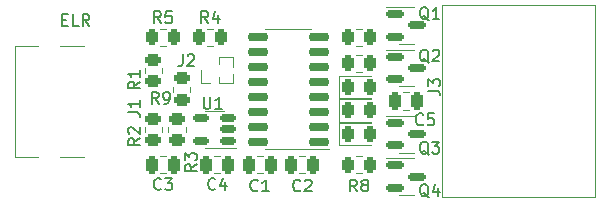
<source format=gto>
%TF.GenerationSoftware,KiCad,Pcbnew,(6.0.5)*%
%TF.CreationDate,2025-03-09T20:53:28+01:00*%
%TF.ProjectId,PS2_to_USB_Converter,5053325f-746f-45f5-9553-425f436f6e76,rev?*%
%TF.SameCoordinates,Original*%
%TF.FileFunction,Legend,Top*%
%TF.FilePolarity,Positive*%
%FSLAX46Y46*%
G04 Gerber Fmt 4.6, Leading zero omitted, Abs format (unit mm)*
G04 Created by KiCad (PCBNEW (6.0.5)) date 2025-03-09 20:53:28*
%MOMM*%
%LPD*%
G01*
G04 APERTURE LIST*
G04 Aperture macros list*
%AMRoundRect*
0 Rectangle with rounded corners*
0 $1 Rounding radius*
0 $2 $3 $4 $5 $6 $7 $8 $9 X,Y pos of 4 corners*
0 Add a 4 corners polygon primitive as box body*
4,1,4,$2,$3,$4,$5,$6,$7,$8,$9,$2,$3,0*
0 Add four circle primitives for the rounded corners*
1,1,$1+$1,$2,$3*
1,1,$1+$1,$4,$5*
1,1,$1+$1,$6,$7*
1,1,$1+$1,$8,$9*
0 Add four rect primitives between the rounded corners*
20,1,$1+$1,$2,$3,$4,$5,0*
20,1,$1+$1,$4,$5,$6,$7,0*
20,1,$1+$1,$6,$7,$8,$9,0*
20,1,$1+$1,$8,$9,$2,$3,0*%
G04 Aperture macros list end*
%ADD10C,0.150000*%
%ADD11C,0.120000*%
%ADD12RoundRect,0.150000X0.725000X0.150000X-0.725000X0.150000X-0.725000X-0.150000X0.725000X-0.150000X0*%
%ADD13RoundRect,0.243750X-0.243750X-0.456250X0.243750X-0.456250X0.243750X0.456250X-0.243750X0.456250X0*%
%ADD14RoundRect,0.250000X0.250000X0.475000X-0.250000X0.475000X-0.250000X-0.475000X0.250000X-0.475000X0*%
%ADD15RoundRect,0.250000X0.262500X0.450000X-0.262500X0.450000X-0.262500X-0.450000X0.262500X-0.450000X0*%
%ADD16RoundRect,0.150000X0.512500X0.150000X-0.512500X0.150000X-0.512500X-0.150000X0.512500X-0.150000X0*%
%ADD17C,0.650000*%
%ADD18R,1.450000X0.600000*%
%ADD19R,1.450000X0.300000*%
%ADD20O,1.600000X1.000000*%
%ADD21O,2.100000X1.000000*%
%ADD22RoundRect,0.150000X-0.587500X-0.150000X0.587500X-0.150000X0.587500X0.150000X-0.587500X0.150000X0*%
%ADD23R,1.600000X1.600000*%
%ADD24C,1.600000*%
%ADD25O,2.000000X4.000000*%
%ADD26O,3.500000X2.000000*%
%ADD27RoundRect,0.250000X-0.250000X-0.475000X0.250000X-0.475000X0.250000X0.475000X-0.250000X0.475000X0*%
%ADD28RoundRect,0.250000X-0.450000X0.262500X-0.450000X-0.262500X0.450000X-0.262500X0.450000X0.262500X0*%
%ADD29RoundRect,0.250000X0.450000X-0.262500X0.450000X0.262500X-0.450000X0.262500X-0.450000X-0.262500X0*%
%ADD30R,1.000000X1.000000*%
%ADD31O,1.000000X1.000000*%
%ADD32RoundRect,0.250000X-0.262500X-0.450000X0.262500X-0.450000X0.262500X0.450000X-0.262500X0.450000X0*%
G04 APERTURE END LIST*
D10*
X128280952Y-94728571D02*
X128614285Y-94728571D01*
X128757142Y-95252380D02*
X128280952Y-95252380D01*
X128280952Y-94252380D01*
X128757142Y-94252380D01*
X129661904Y-95252380D02*
X129185714Y-95252380D01*
X129185714Y-94252380D01*
X130566666Y-95252380D02*
X130233333Y-94776190D01*
X129995238Y-95252380D02*
X129995238Y-94252380D01*
X130376190Y-94252380D01*
X130471428Y-94300000D01*
X130519047Y-94347619D01*
X130566666Y-94442857D01*
X130566666Y-94585714D01*
X130519047Y-94680952D01*
X130471428Y-94728571D01*
X130376190Y-94776190D01*
X129995238Y-94776190D01*
%TO.C,C4*%
X141233333Y-109037142D02*
X141185714Y-109084761D01*
X141042857Y-109132380D01*
X140947619Y-109132380D01*
X140804761Y-109084761D01*
X140709523Y-108989523D01*
X140661904Y-108894285D01*
X140614285Y-108703809D01*
X140614285Y-108560952D01*
X140661904Y-108370476D01*
X140709523Y-108275238D01*
X140804761Y-108180000D01*
X140947619Y-108132380D01*
X141042857Y-108132380D01*
X141185714Y-108180000D01*
X141233333Y-108227619D01*
X142090476Y-108465714D02*
X142090476Y-109132380D01*
X141852380Y-108084761D02*
X141614285Y-108799047D01*
X142233333Y-108799047D01*
%TO.C,U1*%
X140238095Y-101252380D02*
X140238095Y-102061904D01*
X140285714Y-102157142D01*
X140333333Y-102204761D01*
X140428571Y-102252380D01*
X140619047Y-102252380D01*
X140714285Y-102204761D01*
X140761904Y-102157142D01*
X140809523Y-102061904D01*
X140809523Y-101252380D01*
X141809523Y-102252380D02*
X141238095Y-102252380D01*
X141523809Y-102252380D02*
X141523809Y-101252380D01*
X141428571Y-101395238D01*
X141333333Y-101490476D01*
X141238095Y-101538095D01*
%TO.C,J1*%
X133852380Y-102533333D02*
X134566666Y-102533333D01*
X134709523Y-102580952D01*
X134804761Y-102676190D01*
X134852380Y-102819047D01*
X134852380Y-102914285D01*
X134852380Y-101533333D02*
X134852380Y-102104761D01*
X134852380Y-101819047D02*
X133852380Y-101819047D01*
X133995238Y-101914285D01*
X134090476Y-102009523D01*
X134138095Y-102104761D01*
%TO.C,Q4*%
X159304761Y-109747619D02*
X159209523Y-109700000D01*
X159114285Y-109604761D01*
X158971428Y-109461904D01*
X158876190Y-109414285D01*
X158780952Y-109414285D01*
X158828571Y-109652380D02*
X158733333Y-109604761D01*
X158638095Y-109509523D01*
X158590476Y-109319047D01*
X158590476Y-108985714D01*
X158638095Y-108795238D01*
X158733333Y-108700000D01*
X158828571Y-108652380D01*
X159019047Y-108652380D01*
X159114285Y-108700000D01*
X159209523Y-108795238D01*
X159257142Y-108985714D01*
X159257142Y-109319047D01*
X159209523Y-109509523D01*
X159114285Y-109604761D01*
X159019047Y-109652380D01*
X158828571Y-109652380D01*
X160114285Y-108985714D02*
X160114285Y-109652380D01*
X159876190Y-108604761D02*
X159638095Y-109319047D01*
X160257142Y-109319047D01*
%TO.C,J3*%
X159252380Y-100733333D02*
X159966666Y-100733333D01*
X160109523Y-100780952D01*
X160204761Y-100876190D01*
X160252380Y-101019047D01*
X160252380Y-101114285D01*
X159252380Y-100352380D02*
X159252380Y-99733333D01*
X159633333Y-100066666D01*
X159633333Y-99923809D01*
X159680952Y-99828571D01*
X159728571Y-99780952D01*
X159823809Y-99733333D01*
X160061904Y-99733333D01*
X160157142Y-99780952D01*
X160204761Y-99828571D01*
X160252380Y-99923809D01*
X160252380Y-100209523D01*
X160204761Y-100304761D01*
X160157142Y-100352380D01*
%TO.C,Q3*%
X159304761Y-106147619D02*
X159209523Y-106100000D01*
X159114285Y-106004761D01*
X158971428Y-105861904D01*
X158876190Y-105814285D01*
X158780952Y-105814285D01*
X158828571Y-106052380D02*
X158733333Y-106004761D01*
X158638095Y-105909523D01*
X158590476Y-105719047D01*
X158590476Y-105385714D01*
X158638095Y-105195238D01*
X158733333Y-105100000D01*
X158828571Y-105052380D01*
X159019047Y-105052380D01*
X159114285Y-105100000D01*
X159209523Y-105195238D01*
X159257142Y-105385714D01*
X159257142Y-105719047D01*
X159209523Y-105909523D01*
X159114285Y-106004761D01*
X159019047Y-106052380D01*
X158828571Y-106052380D01*
X159590476Y-105052380D02*
X160209523Y-105052380D01*
X159876190Y-105433333D01*
X160019047Y-105433333D01*
X160114285Y-105480952D01*
X160161904Y-105528571D01*
X160209523Y-105623809D01*
X160209523Y-105861904D01*
X160161904Y-105957142D01*
X160114285Y-106004761D01*
X160019047Y-106052380D01*
X159733333Y-106052380D01*
X159638095Y-106004761D01*
X159590476Y-105957142D01*
%TO.C,Q1*%
X159304761Y-94747619D02*
X159209523Y-94700000D01*
X159114285Y-94604761D01*
X158971428Y-94461904D01*
X158876190Y-94414285D01*
X158780952Y-94414285D01*
X158828571Y-94652380D02*
X158733333Y-94604761D01*
X158638095Y-94509523D01*
X158590476Y-94319047D01*
X158590476Y-93985714D01*
X158638095Y-93795238D01*
X158733333Y-93700000D01*
X158828571Y-93652380D01*
X159019047Y-93652380D01*
X159114285Y-93700000D01*
X159209523Y-93795238D01*
X159257142Y-93985714D01*
X159257142Y-94319047D01*
X159209523Y-94509523D01*
X159114285Y-94604761D01*
X159019047Y-94652380D01*
X158828571Y-94652380D01*
X160209523Y-94652380D02*
X159638095Y-94652380D01*
X159923809Y-94652380D02*
X159923809Y-93652380D01*
X159828571Y-93795238D01*
X159733333Y-93890476D01*
X159638095Y-93938095D01*
%TO.C,C1*%
X144833333Y-109157142D02*
X144785714Y-109204761D01*
X144642857Y-109252380D01*
X144547619Y-109252380D01*
X144404761Y-109204761D01*
X144309523Y-109109523D01*
X144261904Y-109014285D01*
X144214285Y-108823809D01*
X144214285Y-108680952D01*
X144261904Y-108490476D01*
X144309523Y-108395238D01*
X144404761Y-108300000D01*
X144547619Y-108252380D01*
X144642857Y-108252380D01*
X144785714Y-108300000D01*
X144833333Y-108347619D01*
X145785714Y-109252380D02*
X145214285Y-109252380D01*
X145500000Y-109252380D02*
X145500000Y-108252380D01*
X145404761Y-108395238D01*
X145309523Y-108490476D01*
X145214285Y-108538095D01*
%TO.C,R2*%
X134852380Y-104766666D02*
X134376190Y-105100000D01*
X134852380Y-105338095D02*
X133852380Y-105338095D01*
X133852380Y-104957142D01*
X133900000Y-104861904D01*
X133947619Y-104814285D01*
X134042857Y-104766666D01*
X134185714Y-104766666D01*
X134280952Y-104814285D01*
X134328571Y-104861904D01*
X134376190Y-104957142D01*
X134376190Y-105338095D01*
X133947619Y-104385714D02*
X133900000Y-104338095D01*
X133852380Y-104242857D01*
X133852380Y-104004761D01*
X133900000Y-103909523D01*
X133947619Y-103861904D01*
X134042857Y-103814285D01*
X134138095Y-103814285D01*
X134280952Y-103861904D01*
X134852380Y-104433333D01*
X134852380Y-103814285D01*
%TO.C,R8*%
X153233333Y-109252380D02*
X152900000Y-108776190D01*
X152661904Y-109252380D02*
X152661904Y-108252380D01*
X153042857Y-108252380D01*
X153138095Y-108300000D01*
X153185714Y-108347619D01*
X153233333Y-108442857D01*
X153233333Y-108585714D01*
X153185714Y-108680952D01*
X153138095Y-108728571D01*
X153042857Y-108776190D01*
X152661904Y-108776190D01*
X153804761Y-108680952D02*
X153709523Y-108633333D01*
X153661904Y-108585714D01*
X153614285Y-108490476D01*
X153614285Y-108442857D01*
X153661904Y-108347619D01*
X153709523Y-108300000D01*
X153804761Y-108252380D01*
X153995238Y-108252380D01*
X154090476Y-108300000D01*
X154138095Y-108347619D01*
X154185714Y-108442857D01*
X154185714Y-108490476D01*
X154138095Y-108585714D01*
X154090476Y-108633333D01*
X153995238Y-108680952D01*
X153804761Y-108680952D01*
X153709523Y-108728571D01*
X153661904Y-108776190D01*
X153614285Y-108871428D01*
X153614285Y-109061904D01*
X153661904Y-109157142D01*
X153709523Y-109204761D01*
X153804761Y-109252380D01*
X153995238Y-109252380D01*
X154090476Y-109204761D01*
X154138095Y-109157142D01*
X154185714Y-109061904D01*
X154185714Y-108871428D01*
X154138095Y-108776190D01*
X154090476Y-108728571D01*
X153995238Y-108680952D01*
%TO.C,R1*%
X134852380Y-99966666D02*
X134376190Y-100300000D01*
X134852380Y-100538095D02*
X133852380Y-100538095D01*
X133852380Y-100157142D01*
X133900000Y-100061904D01*
X133947619Y-100014285D01*
X134042857Y-99966666D01*
X134185714Y-99966666D01*
X134280952Y-100014285D01*
X134328571Y-100061904D01*
X134376190Y-100157142D01*
X134376190Y-100538095D01*
X134852380Y-99014285D02*
X134852380Y-99585714D01*
X134852380Y-99300000D02*
X133852380Y-99300000D01*
X133995238Y-99395238D01*
X134090476Y-99490476D01*
X134138095Y-99585714D01*
%TO.C,C3*%
X136633333Y-109037142D02*
X136585714Y-109084761D01*
X136442857Y-109132380D01*
X136347619Y-109132380D01*
X136204761Y-109084761D01*
X136109523Y-108989523D01*
X136061904Y-108894285D01*
X136014285Y-108703809D01*
X136014285Y-108560952D01*
X136061904Y-108370476D01*
X136109523Y-108275238D01*
X136204761Y-108180000D01*
X136347619Y-108132380D01*
X136442857Y-108132380D01*
X136585714Y-108180000D01*
X136633333Y-108227619D01*
X136966666Y-108132380D02*
X137585714Y-108132380D01*
X137252380Y-108513333D01*
X137395238Y-108513333D01*
X137490476Y-108560952D01*
X137538095Y-108608571D01*
X137585714Y-108703809D01*
X137585714Y-108941904D01*
X137538095Y-109037142D01*
X137490476Y-109084761D01*
X137395238Y-109132380D01*
X137109523Y-109132380D01*
X137014285Y-109084761D01*
X136966666Y-109037142D01*
%TO.C,Q2*%
X159304761Y-98347619D02*
X159209523Y-98300000D01*
X159114285Y-98204761D01*
X158971428Y-98061904D01*
X158876190Y-98014285D01*
X158780952Y-98014285D01*
X158828571Y-98252380D02*
X158733333Y-98204761D01*
X158638095Y-98109523D01*
X158590476Y-97919047D01*
X158590476Y-97585714D01*
X158638095Y-97395238D01*
X158733333Y-97300000D01*
X158828571Y-97252380D01*
X159019047Y-97252380D01*
X159114285Y-97300000D01*
X159209523Y-97395238D01*
X159257142Y-97585714D01*
X159257142Y-97919047D01*
X159209523Y-98109523D01*
X159114285Y-98204761D01*
X159019047Y-98252380D01*
X158828571Y-98252380D01*
X159638095Y-97347619D02*
X159685714Y-97300000D01*
X159780952Y-97252380D01*
X160019047Y-97252380D01*
X160114285Y-97300000D01*
X160161904Y-97347619D01*
X160209523Y-97442857D01*
X160209523Y-97538095D01*
X160161904Y-97680952D01*
X159590476Y-98252380D01*
X160209523Y-98252380D01*
%TO.C,C5*%
X158833333Y-103557142D02*
X158785714Y-103604761D01*
X158642857Y-103652380D01*
X158547619Y-103652380D01*
X158404761Y-103604761D01*
X158309523Y-103509523D01*
X158261904Y-103414285D01*
X158214285Y-103223809D01*
X158214285Y-103080952D01*
X158261904Y-102890476D01*
X158309523Y-102795238D01*
X158404761Y-102700000D01*
X158547619Y-102652380D01*
X158642857Y-102652380D01*
X158785714Y-102700000D01*
X158833333Y-102747619D01*
X159738095Y-102652380D02*
X159261904Y-102652380D01*
X159214285Y-103128571D01*
X159261904Y-103080952D01*
X159357142Y-103033333D01*
X159595238Y-103033333D01*
X159690476Y-103080952D01*
X159738095Y-103128571D01*
X159785714Y-103223809D01*
X159785714Y-103461904D01*
X159738095Y-103557142D01*
X159690476Y-103604761D01*
X159595238Y-103652380D01*
X159357142Y-103652380D01*
X159261904Y-103604761D01*
X159214285Y-103557142D01*
%TO.C,J2*%
X138466666Y-97652380D02*
X138466666Y-98366666D01*
X138419047Y-98509523D01*
X138323809Y-98604761D01*
X138180952Y-98652380D01*
X138085714Y-98652380D01*
X138895238Y-97747619D02*
X138942857Y-97700000D01*
X139038095Y-97652380D01*
X139276190Y-97652380D01*
X139371428Y-97700000D01*
X139419047Y-97747619D01*
X139466666Y-97842857D01*
X139466666Y-97938095D01*
X139419047Y-98080952D01*
X138847619Y-98652380D01*
X139466666Y-98652380D01*
%TO.C,R5*%
X136633333Y-95002380D02*
X136300000Y-94526190D01*
X136061904Y-95002380D02*
X136061904Y-94002380D01*
X136442857Y-94002380D01*
X136538095Y-94050000D01*
X136585714Y-94097619D01*
X136633333Y-94192857D01*
X136633333Y-94335714D01*
X136585714Y-94430952D01*
X136538095Y-94478571D01*
X136442857Y-94526190D01*
X136061904Y-94526190D01*
X137538095Y-94002380D02*
X137061904Y-94002380D01*
X137014285Y-94478571D01*
X137061904Y-94430952D01*
X137157142Y-94383333D01*
X137395238Y-94383333D01*
X137490476Y-94430952D01*
X137538095Y-94478571D01*
X137585714Y-94573809D01*
X137585714Y-94811904D01*
X137538095Y-94907142D01*
X137490476Y-94954761D01*
X137395238Y-95002380D01*
X137157142Y-95002380D01*
X137061904Y-94954761D01*
X137014285Y-94907142D01*
%TO.C,R9*%
X136433333Y-101852380D02*
X136100000Y-101376190D01*
X135861904Y-101852380D02*
X135861904Y-100852380D01*
X136242857Y-100852380D01*
X136338095Y-100900000D01*
X136385714Y-100947619D01*
X136433333Y-101042857D01*
X136433333Y-101185714D01*
X136385714Y-101280952D01*
X136338095Y-101328571D01*
X136242857Y-101376190D01*
X135861904Y-101376190D01*
X136909523Y-101852380D02*
X137100000Y-101852380D01*
X137195238Y-101804761D01*
X137242857Y-101757142D01*
X137338095Y-101614285D01*
X137385714Y-101423809D01*
X137385714Y-101042857D01*
X137338095Y-100947619D01*
X137290476Y-100900000D01*
X137195238Y-100852380D01*
X137004761Y-100852380D01*
X136909523Y-100900000D01*
X136861904Y-100947619D01*
X136814285Y-101042857D01*
X136814285Y-101280952D01*
X136861904Y-101376190D01*
X136909523Y-101423809D01*
X137004761Y-101471428D01*
X137195238Y-101471428D01*
X137290476Y-101423809D01*
X137338095Y-101376190D01*
X137385714Y-101280952D01*
%TO.C,R4*%
X140633333Y-95002380D02*
X140300000Y-94526190D01*
X140061904Y-95002380D02*
X140061904Y-94002380D01*
X140442857Y-94002380D01*
X140538095Y-94050000D01*
X140585714Y-94097619D01*
X140633333Y-94192857D01*
X140633333Y-94335714D01*
X140585714Y-94430952D01*
X140538095Y-94478571D01*
X140442857Y-94526190D01*
X140061904Y-94526190D01*
X141490476Y-94335714D02*
X141490476Y-95002380D01*
X141252380Y-93954761D02*
X141014285Y-94669047D01*
X141633333Y-94669047D01*
%TO.C,R3*%
X139652380Y-106966666D02*
X139176190Y-107300000D01*
X139652380Y-107538095D02*
X138652380Y-107538095D01*
X138652380Y-107157142D01*
X138700000Y-107061904D01*
X138747619Y-107014285D01*
X138842857Y-106966666D01*
X138985714Y-106966666D01*
X139080952Y-107014285D01*
X139128571Y-107061904D01*
X139176190Y-107157142D01*
X139176190Y-107538095D01*
X138652380Y-106633333D02*
X138652380Y-106014285D01*
X139033333Y-106347619D01*
X139033333Y-106204761D01*
X139080952Y-106109523D01*
X139128571Y-106061904D01*
X139223809Y-106014285D01*
X139461904Y-106014285D01*
X139557142Y-106061904D01*
X139604761Y-106109523D01*
X139652380Y-106204761D01*
X139652380Y-106490476D01*
X139604761Y-106585714D01*
X139557142Y-106633333D01*
%TO.C,C2*%
X148433333Y-109157142D02*
X148385714Y-109204761D01*
X148242857Y-109252380D01*
X148147619Y-109252380D01*
X148004761Y-109204761D01*
X147909523Y-109109523D01*
X147861904Y-109014285D01*
X147814285Y-108823809D01*
X147814285Y-108680952D01*
X147861904Y-108490476D01*
X147909523Y-108395238D01*
X148004761Y-108300000D01*
X148147619Y-108252380D01*
X148242857Y-108252380D01*
X148385714Y-108300000D01*
X148433333Y-108347619D01*
X148814285Y-108347619D02*
X148861904Y-108300000D01*
X148957142Y-108252380D01*
X149195238Y-108252380D01*
X149290476Y-108300000D01*
X149338095Y-108347619D01*
X149385714Y-108442857D01*
X149385714Y-108538095D01*
X149338095Y-108680952D01*
X148766666Y-109252380D01*
X149385714Y-109252380D01*
D11*
%TO.C,U2*%
X147400000Y-105660000D02*
X145450000Y-105660000D01*
X147400000Y-95540000D02*
X145450000Y-95540000D01*
X147400000Y-105660000D02*
X150850000Y-105660000D01*
X147400000Y-95540000D02*
X149350000Y-95540000D01*
%TO.C,D2*%
X151715000Y-101440000D02*
X151715000Y-103360000D01*
X151715000Y-103360000D02*
X154400000Y-103360000D01*
X154400000Y-101440000D02*
X151715000Y-101440000D01*
%TO.C,C4*%
X141661252Y-107735000D02*
X141138748Y-107735000D01*
X141661252Y-106265000D02*
X141138748Y-106265000D01*
%TO.C,D1*%
X151715000Y-105360000D02*
X154400000Y-105360000D01*
X154400000Y-103440000D02*
X151715000Y-103440000D01*
X151715000Y-103440000D02*
X151715000Y-105360000D01*
%TO.C,R7*%
X153627064Y-95465000D02*
X153172936Y-95465000D01*
X153627064Y-96935000D02*
X153172936Y-96935000D01*
%TO.C,U1*%
X141200000Y-105560000D02*
X143000000Y-105560000D01*
X141200000Y-105560000D02*
X140400000Y-105560000D01*
X141200000Y-102440000D02*
X140400000Y-102440000D01*
X141200000Y-102440000D02*
X142000000Y-102440000D01*
%TO.C,J1*%
X130100000Y-106300000D02*
X128100000Y-106300000D01*
X126200000Y-106300000D02*
X124300000Y-106300000D01*
X126200000Y-96900000D02*
X124300000Y-96900000D01*
X124300000Y-96900000D02*
X124300000Y-106300000D01*
X130100000Y-96900000D02*
X128100000Y-96900000D01*
%TO.C,Q4*%
X157400000Y-106440000D02*
X155725000Y-106440000D01*
X157400000Y-109560000D02*
X158050000Y-109560000D01*
X157400000Y-106440000D02*
X158050000Y-106440000D01*
X157400000Y-109560000D02*
X156750000Y-109560000D01*
%TO.C,J3*%
X160425000Y-109690000D02*
X173425000Y-109690000D01*
X160425000Y-93490000D02*
X173425000Y-93490000D01*
X160425000Y-109690000D02*
X160425000Y-93490000D01*
X173425000Y-109690000D02*
X173425000Y-93490000D01*
%TO.C,D3*%
X154400000Y-99440000D02*
X151715000Y-99440000D01*
X151715000Y-101360000D02*
X154400000Y-101360000D01*
X151715000Y-99440000D02*
X151715000Y-101360000D01*
%TO.C,Q3*%
X157400000Y-102840000D02*
X158050000Y-102840000D01*
X157400000Y-105960000D02*
X156750000Y-105960000D01*
X157400000Y-102840000D02*
X155725000Y-102840000D01*
X157400000Y-105960000D02*
X158050000Y-105960000D01*
%TO.C,Q1*%
X157400000Y-93640000D02*
X158050000Y-93640000D01*
X157400000Y-93640000D02*
X155725000Y-93640000D01*
X157400000Y-96760000D02*
X158050000Y-96760000D01*
X157400000Y-96760000D02*
X156750000Y-96760000D01*
%TO.C,C1*%
X144738748Y-107735000D02*
X145261252Y-107735000D01*
X144738748Y-106265000D02*
X145261252Y-106265000D01*
%TO.C,R2*%
X135265000Y-103772936D02*
X135265000Y-104227064D01*
X136735000Y-103772936D02*
X136735000Y-104227064D01*
%TO.C,R8*%
X153627064Y-107735000D02*
X153172936Y-107735000D01*
X153627064Y-106265000D02*
X153172936Y-106265000D01*
%TO.C,R1*%
X136735000Y-99227064D02*
X136735000Y-98772936D01*
X135265000Y-99227064D02*
X135265000Y-98772936D01*
%TO.C,C3*%
X137061252Y-106265000D02*
X136538748Y-106265000D01*
X137061252Y-107735000D02*
X136538748Y-107735000D01*
%TO.C,Q2*%
X157400000Y-100360000D02*
X158050000Y-100360000D01*
X157400000Y-100360000D02*
X156750000Y-100360000D01*
X157400000Y-97240000D02*
X158050000Y-97240000D01*
X157400000Y-97240000D02*
X155725000Y-97240000D01*
%TO.C,C5*%
X157138748Y-100865000D02*
X157661252Y-100865000D01*
X157138748Y-102335000D02*
X157661252Y-102335000D01*
%TO.C,J2*%
X141510000Y-100110000D02*
X142715000Y-100110000D01*
X141510000Y-100110000D02*
X141510000Y-99563471D01*
X142715000Y-100110000D02*
X142715000Y-99307530D01*
X139990000Y-100110000D02*
X139990000Y-99000000D01*
X142715000Y-98692470D02*
X142715000Y-97890000D01*
X141510000Y-98436529D02*
X141510000Y-97890000D01*
X141510000Y-97890000D02*
X142715000Y-97890000D01*
X140750000Y-100110000D02*
X139990000Y-100110000D01*
%TO.C,R5*%
X136572936Y-95465000D02*
X137027064Y-95465000D01*
X136572936Y-96935000D02*
X137027064Y-96935000D01*
%TO.C,R6*%
X153627064Y-97665000D02*
X153172936Y-97665000D01*
X153627064Y-99135000D02*
X153172936Y-99135000D01*
%TO.C,R9*%
X137665000Y-100827064D02*
X137665000Y-100372936D01*
X139135000Y-100827064D02*
X139135000Y-100372936D01*
%TO.C,R4*%
X140572936Y-95465000D02*
X141027064Y-95465000D01*
X140572936Y-96935000D02*
X141027064Y-96935000D01*
%TO.C,R3*%
X137265000Y-103772936D02*
X137265000Y-104227064D01*
X138735000Y-103772936D02*
X138735000Y-104227064D01*
%TO.C,C2*%
X148338748Y-107735000D02*
X148861252Y-107735000D01*
X148338748Y-106265000D02*
X148861252Y-106265000D01*
%TD*%
%LPC*%
D12*
%TO.C,U2*%
X149975000Y-105045000D03*
X149975000Y-103775000D03*
X149975000Y-102505000D03*
X149975000Y-101235000D03*
X149975000Y-99965000D03*
X149975000Y-98695000D03*
X149975000Y-97425000D03*
X149975000Y-96155000D03*
X144825000Y-96155000D03*
X144825000Y-97425000D03*
X144825000Y-98695000D03*
X144825000Y-99965000D03*
X144825000Y-101235000D03*
X144825000Y-102505000D03*
X144825000Y-103775000D03*
X144825000Y-105045000D03*
%TD*%
D13*
%TO.C,D2*%
X152462500Y-102400000D03*
X154337500Y-102400000D03*
%TD*%
D14*
%TO.C,C4*%
X142350000Y-107000000D03*
X140450000Y-107000000D03*
%TD*%
D13*
%TO.C,D1*%
X152462500Y-104400000D03*
X154337500Y-104400000D03*
%TD*%
D15*
%TO.C,R7*%
X154312500Y-96200000D03*
X152487500Y-96200000D03*
%TD*%
D16*
%TO.C,U1*%
X142337500Y-104950000D03*
X142337500Y-104000000D03*
X142337500Y-103050000D03*
X140062500Y-103050000D03*
X140062500Y-104950000D03*
%TD*%
D17*
%TO.C,J1*%
X130800000Y-104490000D03*
X130800000Y-98710000D03*
D18*
X132245000Y-98350000D03*
X132245000Y-99150000D03*
D19*
X132245000Y-100350000D03*
X132245000Y-101350000D03*
X132245000Y-101850000D03*
X132245000Y-102850000D03*
D18*
X132245000Y-104050000D03*
X132245000Y-104850000D03*
X132245000Y-104850000D03*
X132245000Y-104050000D03*
D19*
X132245000Y-103350000D03*
X132245000Y-102350000D03*
X132245000Y-100850000D03*
X132245000Y-99850000D03*
D18*
X132245000Y-99150000D03*
X132245000Y-98350000D03*
D20*
X127150000Y-105920000D03*
X127150000Y-97280000D03*
D21*
X131330000Y-105920000D03*
X131330000Y-97280000D03*
%TD*%
D22*
%TO.C,Q4*%
X156462500Y-107050000D03*
X156462500Y-108950000D03*
X158337500Y-108000000D03*
%TD*%
D23*
%TO.C,J3*%
X164825000Y-100290000D03*
D24*
X164825000Y-102890000D03*
X164825000Y-98190000D03*
X164825000Y-104990000D03*
X162025000Y-98190000D03*
X162025000Y-104990000D03*
D25*
X168475000Y-101590000D03*
D26*
X167675000Y-94740000D03*
X167675000Y-108440000D03*
%TD*%
D13*
%TO.C,D3*%
X152462500Y-100400000D03*
X154337500Y-100400000D03*
%TD*%
D22*
%TO.C,Q3*%
X156462500Y-103450000D03*
X156462500Y-105350000D03*
X158337500Y-104400000D03*
%TD*%
%TO.C,Q1*%
X156462500Y-94250000D03*
X156462500Y-96150000D03*
X158337500Y-95200000D03*
%TD*%
D27*
%TO.C,C1*%
X144050000Y-107000000D03*
X145950000Y-107000000D03*
%TD*%
D28*
%TO.C,R2*%
X136000000Y-103087500D03*
X136000000Y-104912500D03*
%TD*%
D15*
%TO.C,R8*%
X154312500Y-107000000D03*
X152487500Y-107000000D03*
%TD*%
D29*
%TO.C,R1*%
X136000000Y-99912500D03*
X136000000Y-98087500D03*
%TD*%
D14*
%TO.C,C3*%
X137750000Y-107000000D03*
X135850000Y-107000000D03*
%TD*%
D22*
%TO.C,Q2*%
X156462500Y-97850000D03*
X156462500Y-99750000D03*
X158337500Y-98800000D03*
%TD*%
D27*
%TO.C,C5*%
X156450000Y-101600000D03*
X158350000Y-101600000D03*
%TD*%
D30*
%TO.C,J2*%
X140750000Y-99000000D03*
D31*
X142020000Y-99000000D03*
%TD*%
D32*
%TO.C,R5*%
X135887500Y-96200000D03*
X137712500Y-96200000D03*
%TD*%
D15*
%TO.C,R6*%
X154312500Y-98400000D03*
X152487500Y-98400000D03*
%TD*%
D29*
%TO.C,R9*%
X138400000Y-101512500D03*
X138400000Y-99687500D03*
%TD*%
D32*
%TO.C,R4*%
X139887500Y-96200000D03*
X141712500Y-96200000D03*
%TD*%
D28*
%TO.C,R3*%
X138000000Y-103087500D03*
X138000000Y-104912500D03*
%TD*%
D27*
%TO.C,C2*%
X147650000Y-107000000D03*
X149550000Y-107000000D03*
%TD*%
M02*

</source>
